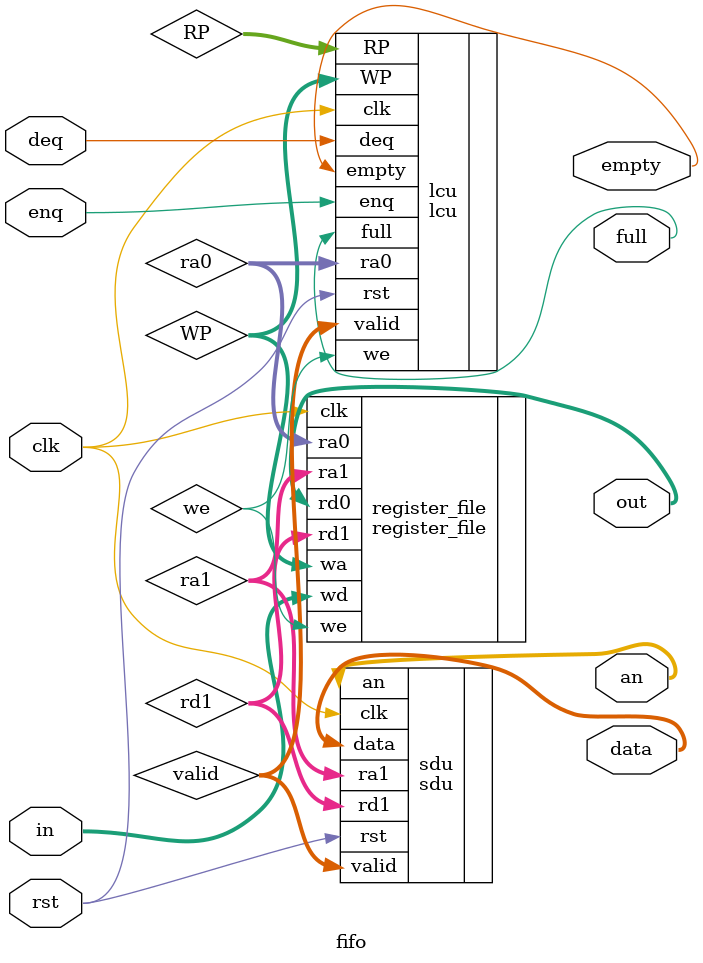
<source format=v>
`timescale 1ns / 1ps


module fifo
(
    input clk,rst,
    input enq,deq,
    input [3:0] in,
    output [3:0] out,
    output full,empty,
    output [2:0] an,
    output [3:0] data
);
wire [2:0] ra1;
wire [3:0] rd1;
wire [2:0] RP,WP,ra0;
wire we;
wire [7:0] valid;

//wire enq_edge,deq_edge;
// signal_edge signal_edge_enq(.clk(clk),.button(enq),.button_edge(enq_edge));
// signal_edge signal_edge_deq(.clk(clk),.button(deq),.button_edge(deq_edge));
lcu lcu(.clk(clk),.rst(rst),.enq(enq),.deq(deq),.full(full),.empty(empty),.RP(RP),.WP(WP),.we(we),.valid(valid),.ra0(ra0));
register_file register_file(.clk(clk),.ra0(ra0),.wa(WP),.rd0(out),.wd(in),.we(we),.rd1(rd1),.ra1(ra1));
sdu sdu(.clk(clk),.rst(rst),.valid(valid),.rd1(rd1),.ra1(ra1),.an(an),.data(data));
endmodule

</source>
